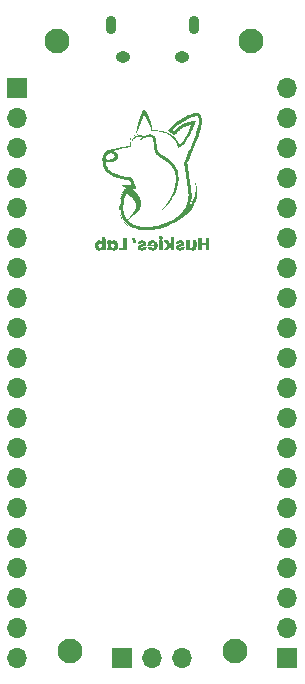
<source format=gbs>
%TF.GenerationSoftware,KiCad,Pcbnew,(6.0.8)*%
%TF.CreationDate,2023-06-24T19:25:15-06:00*%
%TF.ProjectId,RP2040_devBoard,52503230-3430-45f6-9465-76426f617264,rev?*%
%TF.SameCoordinates,Original*%
%TF.FileFunction,Soldermask,Bot*%
%TF.FilePolarity,Negative*%
%FSLAX46Y46*%
G04 Gerber Fmt 4.6, Leading zero omitted, Abs format (unit mm)*
G04 Created by KiCad (PCBNEW (6.0.8)) date 2023-06-24 19:25:15*
%MOMM*%
%LPD*%
G01*
G04 APERTURE LIST*
%ADD10O,1.250000X0.950000*%
%ADD11O,0.890000X1.550000*%
%ADD12C,2.100000*%
%ADD13R,1.700000X1.700000*%
%ADD14O,1.700000X1.700000*%
G04 APERTURE END LIST*
%TO.C,G\u002A\u002A\u002A*%
G36*
X69523246Y-59272123D02*
G01*
X69549771Y-59276299D01*
X69560145Y-59282879D01*
X69562237Y-59288304D01*
X69577832Y-59294414D01*
X69585607Y-59296528D01*
X69608614Y-59310907D01*
X69635507Y-59334402D01*
X69660763Y-59363285D01*
X69672632Y-59390518D01*
X69675495Y-59426951D01*
X69674909Y-59446817D01*
X69669380Y-59473981D01*
X69654601Y-59498930D01*
X69626471Y-59530314D01*
X69614483Y-59542648D01*
X69590633Y-59564609D01*
X69569197Y-59576175D01*
X69541680Y-59580804D01*
X69499587Y-59581953D01*
X69461013Y-59580974D01*
X69432393Y-59577188D01*
X69421726Y-59571254D01*
X69419583Y-59565787D01*
X69403899Y-59559719D01*
X69402564Y-59559648D01*
X69381900Y-59550724D01*
X69357759Y-59531406D01*
X69355640Y-59529253D01*
X69339301Y-59507321D01*
X69331463Y-59480074D01*
X69329446Y-59438741D01*
X69329810Y-59415494D01*
X69333964Y-59384180D01*
X69345891Y-59360491D01*
X69369434Y-59334402D01*
X69383168Y-59321603D01*
X69409035Y-59302096D01*
X69427109Y-59294414D01*
X69435426Y-59293050D01*
X69444796Y-59282879D01*
X69448688Y-59278724D01*
X69469570Y-59273419D01*
X69502470Y-59271344D01*
X69523246Y-59272123D01*
G37*
G36*
X69231022Y-60045216D02*
G01*
X69237166Y-60055722D01*
X69243871Y-60060048D01*
X69248701Y-60078792D01*
X69246538Y-60092201D01*
X69237166Y-60101862D01*
X69231957Y-60109214D01*
X69227382Y-60134207D01*
X69225631Y-60171072D01*
X69224406Y-60202328D01*
X69220240Y-60229775D01*
X69214096Y-60240282D01*
X69207392Y-60244608D01*
X69202561Y-60263352D01*
X69200398Y-60276761D01*
X69191026Y-60286422D01*
X69185720Y-60288374D01*
X69179491Y-60303724D01*
X69178190Y-60311684D01*
X69167956Y-60321027D01*
X69162556Y-60323088D01*
X69156421Y-60338633D01*
X69152660Y-60349504D01*
X69135447Y-60373856D01*
X69109425Y-60402737D01*
X69080305Y-60430435D01*
X69053795Y-60451242D01*
X69035608Y-60459446D01*
X69027366Y-60460797D01*
X69018002Y-60470981D01*
X69013676Y-60477686D01*
X68994932Y-60482516D01*
X68981523Y-60484679D01*
X68971862Y-60494051D01*
X68970685Y-60496637D01*
X68954615Y-60503028D01*
X68925722Y-60505586D01*
X68915379Y-60505880D01*
X68889815Y-60509898D01*
X68879582Y-60517121D01*
X68870610Y-60522709D01*
X68843785Y-60527026D01*
X68804605Y-60528656D01*
X68768284Y-60527276D01*
X68740221Y-60523149D01*
X68729628Y-60517121D01*
X68728451Y-60514535D01*
X68712381Y-60508144D01*
X68683488Y-60505586D01*
X68673145Y-60505292D01*
X68647581Y-60501274D01*
X68637348Y-60494051D01*
X68633022Y-60487347D01*
X68614278Y-60482516D01*
X68600869Y-60480353D01*
X68591208Y-60470981D01*
X68589179Y-60465609D01*
X68573692Y-60459446D01*
X68568498Y-60457864D01*
X68547433Y-60443922D01*
X68517263Y-60418688D01*
X68482676Y-60385946D01*
X68452200Y-60354375D01*
X68424826Y-60321265D01*
X68409013Y-60293214D01*
X68401130Y-60264829D01*
X68393086Y-60217212D01*
X68697302Y-60217212D01*
X68729628Y-60251817D01*
X68742484Y-60264519D01*
X68771435Y-60281890D01*
X68809233Y-60286422D01*
X68820588Y-60286083D01*
X68846263Y-60282038D01*
X68856512Y-60274887D01*
X68860838Y-60268182D01*
X68879582Y-60263352D01*
X68894496Y-60259560D01*
X68902652Y-60240282D01*
X68904815Y-60226873D01*
X68914187Y-60217212D01*
X68914331Y-60217209D01*
X68922381Y-60206904D01*
X68925722Y-60182607D01*
X68925722Y-60148002D01*
X68372044Y-60148002D01*
X68372044Y-60067257D01*
X68372051Y-60064036D01*
X68373553Y-60024857D01*
X68375530Y-60009582D01*
X68683488Y-60009582D01*
X68804605Y-60009582D01*
X68819778Y-60009571D01*
X68868794Y-60009086D01*
X68899818Y-60007314D01*
X68916928Y-60003479D01*
X68924203Y-59996804D01*
X68925722Y-59986512D01*
X68923559Y-59973104D01*
X68914187Y-59963443D01*
X68908633Y-59961188D01*
X68902652Y-59945316D01*
X68902627Y-59943840D01*
X68891733Y-59917083D01*
X68864975Y-59898417D01*
X68828101Y-59888613D01*
X68786859Y-59888441D01*
X68747001Y-59898671D01*
X68714273Y-59920074D01*
X68711959Y-59922466D01*
X68691680Y-59951914D01*
X68683488Y-59980221D01*
X68683488Y-60009582D01*
X68375530Y-60009582D01*
X68377149Y-59997071D01*
X68382111Y-59986512D01*
X68386410Y-59981905D01*
X68392974Y-59960107D01*
X68397950Y-59926442D01*
X68401057Y-59903662D01*
X68408369Y-59875039D01*
X68416720Y-59862038D01*
X68422100Y-59858743D01*
X68429718Y-59841061D01*
X68433657Y-59830138D01*
X68451049Y-59806039D01*
X68477147Y-59777428D01*
X68506236Y-59749974D01*
X68532602Y-59729344D01*
X68550532Y-59721208D01*
X68558774Y-59719857D01*
X68568138Y-59709673D01*
X68572464Y-59702969D01*
X68591208Y-59698138D01*
X68604617Y-59695975D01*
X68614278Y-59686603D01*
X68614280Y-59686460D01*
X68624586Y-59678410D01*
X68648883Y-59675068D01*
X68649313Y-59675067D01*
X68673464Y-59671632D01*
X68683488Y-59663533D01*
X68685234Y-59661234D01*
X68704255Y-59656352D01*
X68741382Y-59653149D01*
X68793070Y-59651998D01*
X68814910Y-59652182D01*
X68861294Y-59654184D01*
X68891722Y-59658093D01*
X68902652Y-59663533D01*
X68902655Y-59663677D01*
X68912960Y-59671727D01*
X68937257Y-59675068D01*
X68937687Y-59675069D01*
X68961838Y-59678504D01*
X68971862Y-59686603D01*
X68979133Y-59694216D01*
X69000913Y-59698138D01*
X69017781Y-59703971D01*
X69047020Y-59723218D01*
X69081799Y-59751551D01*
X69117278Y-59784443D01*
X69148613Y-59817365D01*
X69170965Y-59845787D01*
X69179491Y-59865182D01*
X69180828Y-59873340D01*
X69191026Y-59882698D01*
X69196333Y-59884650D01*
X69202561Y-59900000D01*
X69203863Y-59907960D01*
X69214096Y-59917303D01*
X69219305Y-59924654D01*
X69223880Y-59949647D01*
X69225631Y-59986512D01*
X69226856Y-60017768D01*
X69231022Y-60045216D01*
G37*
G36*
X67936375Y-59652308D02*
G01*
X67984080Y-59654412D01*
X68014995Y-59658253D01*
X68025994Y-59663533D01*
X68025997Y-59663677D01*
X68036302Y-59671727D01*
X68060599Y-59675068D01*
X68061030Y-59675069D01*
X68085181Y-59678504D01*
X68095204Y-59686603D01*
X68097266Y-59692003D01*
X68112810Y-59698138D01*
X68123681Y-59701900D01*
X68148034Y-59719113D01*
X68176914Y-59745135D01*
X68204613Y-59774255D01*
X68225419Y-59800764D01*
X68233624Y-59818952D01*
X68234975Y-59827194D01*
X68245159Y-59836558D01*
X68246216Y-59836881D01*
X68251675Y-59851129D01*
X68255349Y-59883333D01*
X68256694Y-59929141D01*
X68256694Y-60021725D01*
X68205090Y-60073328D01*
X68179239Y-60097174D01*
X68152812Y-60117227D01*
X68135880Y-60124932D01*
X68127638Y-60126283D01*
X68118274Y-60136467D01*
X68118272Y-60136611D01*
X68107967Y-60144661D01*
X68083669Y-60148002D01*
X68083239Y-60148003D01*
X68059088Y-60151438D01*
X68049064Y-60159537D01*
X68048716Y-60161051D01*
X68035377Y-60168175D01*
X68008692Y-60171072D01*
X68003394Y-60171172D01*
X67978460Y-60174983D01*
X67968320Y-60182607D01*
X67967143Y-60185193D01*
X67951073Y-60191584D01*
X67922180Y-60194142D01*
X67911837Y-60194436D01*
X67886273Y-60198454D01*
X67876040Y-60205677D01*
X67873785Y-60211231D01*
X67857913Y-60217212D01*
X67856962Y-60217229D01*
X67837216Y-60223488D01*
X67819763Y-60236851D01*
X67810566Y-60251221D01*
X67815584Y-60260502D01*
X67823417Y-60266740D01*
X67829900Y-60287383D01*
X67830957Y-60296177D01*
X67839117Y-60304703D01*
X67859828Y-60308577D01*
X67898332Y-60309492D01*
X67920695Y-60309241D01*
X67950712Y-60306590D01*
X67966552Y-60299579D01*
X67974087Y-60286422D01*
X67980453Y-60272872D01*
X67992167Y-60263352D01*
X67998416Y-60259031D01*
X68002925Y-60240282D01*
X68003249Y-60234469D01*
X68007090Y-60226463D01*
X68018434Y-60221407D01*
X68041173Y-60218628D01*
X68079198Y-60217454D01*
X68136401Y-60217212D01*
X68175633Y-60217415D01*
X68223999Y-60218862D01*
X68256191Y-60222162D01*
X68276480Y-60227852D01*
X68289136Y-60236471D01*
X68300704Y-60252168D01*
X68294079Y-60260502D01*
X68284987Y-60269919D01*
X68279764Y-60293150D01*
X68277007Y-60311185D01*
X68268229Y-60321027D01*
X68262829Y-60323088D01*
X68256694Y-60338633D01*
X68252932Y-60349504D01*
X68235719Y-60373856D01*
X68209698Y-60402737D01*
X68180577Y-60430435D01*
X68154068Y-60451242D01*
X68135880Y-60459446D01*
X68127638Y-60460797D01*
X68118274Y-60470981D01*
X68113948Y-60477686D01*
X68095204Y-60482516D01*
X68081795Y-60484679D01*
X68072134Y-60494051D01*
X68070958Y-60496637D01*
X68054887Y-60503028D01*
X68025994Y-60505586D01*
X68015652Y-60505880D01*
X67990088Y-60509898D01*
X67979855Y-60517121D01*
X67979774Y-60517662D01*
X67967317Y-60523350D01*
X67936934Y-60527225D01*
X67893342Y-60528656D01*
X67889285Y-60528645D01*
X67846623Y-60526984D01*
X67817565Y-60522933D01*
X67806830Y-60517121D01*
X67805654Y-60514535D01*
X67789583Y-60508144D01*
X67760690Y-60505586D01*
X67750348Y-60505292D01*
X67724784Y-60501274D01*
X67714550Y-60494051D01*
X67711342Y-60487877D01*
X67694027Y-60482516D01*
X67677604Y-60477463D01*
X67656875Y-60459446D01*
X67642908Y-60444921D01*
X67624668Y-60436376D01*
X67606438Y-60430467D01*
X67585343Y-60410583D01*
X67576131Y-60386254D01*
X67574730Y-60378429D01*
X67561712Y-60364283D01*
X67559871Y-60363301D01*
X67552711Y-60347803D01*
X67548605Y-60313202D01*
X67547293Y-60257584D01*
X67547345Y-60244561D01*
X67549201Y-60193343D01*
X67553903Y-60162756D01*
X67561712Y-60150886D01*
X67567893Y-60147158D01*
X67576131Y-60128914D01*
X67581853Y-60110090D01*
X67601109Y-60088305D01*
X67624668Y-60078792D01*
X67638210Y-60073612D01*
X67656875Y-60055722D01*
X67671725Y-60041355D01*
X67694027Y-60032652D01*
X67705012Y-60030849D01*
X67714550Y-60021117D01*
X67718442Y-60016962D01*
X67739325Y-60011657D01*
X67772225Y-60009582D01*
X67793001Y-60008804D01*
X67819526Y-60004628D01*
X67829900Y-59998047D01*
X67829903Y-59997904D01*
X67840208Y-59989854D01*
X67864505Y-59986512D01*
X67864935Y-59986512D01*
X67889086Y-59983077D01*
X67899110Y-59974978D01*
X67908722Y-59966897D01*
X67932481Y-59963443D01*
X67955475Y-59959694D01*
X67974105Y-59941167D01*
X67979855Y-59904824D01*
X67976766Y-59892245D01*
X67962552Y-59882698D01*
X67954593Y-59881396D01*
X67945250Y-59871163D01*
X67940924Y-59864458D01*
X67922180Y-59859628D01*
X67908771Y-59861791D01*
X67899110Y-59871163D01*
X67895022Y-59877767D01*
X67876564Y-59882698D01*
X67874861Y-59882773D01*
X67850935Y-59891873D01*
X67825181Y-59911535D01*
X67819017Y-59917520D01*
X67805164Y-59928173D01*
X67788089Y-59934875D01*
X67762832Y-59938536D01*
X67724429Y-59940065D01*
X67667921Y-59940373D01*
X67539498Y-59940373D01*
X67547640Y-59891349D01*
X67550066Y-59878667D01*
X67557988Y-59851225D01*
X67565957Y-59838480D01*
X67570170Y-59835385D01*
X67576131Y-59817991D01*
X67580069Y-59807068D01*
X67597461Y-59782969D01*
X67623559Y-59754358D01*
X67652648Y-59726904D01*
X67679014Y-59706274D01*
X67696944Y-59698138D01*
X67705187Y-59696787D01*
X67714550Y-59686603D01*
X67714553Y-59686460D01*
X67724858Y-59678410D01*
X67749155Y-59675068D01*
X67749586Y-59675067D01*
X67773737Y-59671632D01*
X67783760Y-59663533D01*
X67787010Y-59660534D01*
X67809107Y-59655990D01*
X67849438Y-59653046D01*
X67904877Y-59651998D01*
X67936375Y-59652308D01*
G37*
G36*
X67333896Y-59519346D02*
G01*
X67334925Y-59545456D01*
X67339114Y-59572359D01*
X67345431Y-59582789D01*
X67349586Y-59586681D01*
X67354891Y-59607563D01*
X67356966Y-59640463D01*
X67357745Y-59661239D01*
X67361921Y-59687764D01*
X67368501Y-59698138D01*
X67372656Y-59702030D01*
X67377961Y-59722913D01*
X67380036Y-59755813D01*
X67380815Y-59776588D01*
X67384991Y-59803114D01*
X67391571Y-59813488D01*
X67391715Y-59813491D01*
X67399765Y-59823796D01*
X67403106Y-59848093D01*
X67403106Y-59882698D01*
X67304235Y-59882698D01*
X67281334Y-59882469D01*
X67229119Y-59878868D01*
X67195586Y-59869977D01*
X67177695Y-59854619D01*
X67172407Y-59831614D01*
X67170972Y-59822886D01*
X67160872Y-59813488D01*
X67160728Y-59813485D01*
X67152678Y-59803180D01*
X67149337Y-59778883D01*
X67149336Y-59778471D01*
X67146345Y-59754308D01*
X67139288Y-59744278D01*
X67135127Y-59740343D01*
X67127748Y-59719456D01*
X67121588Y-59686603D01*
X67118060Y-59665730D01*
X67110517Y-59639273D01*
X67102800Y-59628928D01*
X67102663Y-59628926D01*
X67094889Y-59618623D01*
X67091662Y-59594324D01*
X67091661Y-59593893D01*
X67088226Y-59569742D01*
X67080127Y-59559719D01*
X67073423Y-59555393D01*
X67068592Y-59536649D01*
X67066429Y-59523240D01*
X67057057Y-59513579D01*
X67049471Y-59506419D01*
X67045522Y-59484741D01*
X67045522Y-59455904D01*
X67333896Y-59455904D01*
X67333896Y-59519346D01*
G37*
G36*
X66595658Y-60505586D02*
G01*
X65961235Y-60505586D01*
X65961235Y-60286422D01*
X66295749Y-60286422D01*
X66295749Y-59455904D01*
X66595658Y-59455904D01*
X66595658Y-60505586D01*
G37*
G36*
X65891898Y-60107500D02*
G01*
X65889960Y-60153110D01*
X65886017Y-60183253D01*
X65880490Y-60194142D01*
X65877905Y-60195318D01*
X65871514Y-60211389D01*
X65868955Y-60240282D01*
X65868685Y-60250617D01*
X65864987Y-60276186D01*
X65858337Y-60286422D01*
X65857756Y-60286473D01*
X65848179Y-60297676D01*
X65839789Y-60322522D01*
X65838867Y-60325900D01*
X65825011Y-60352423D01*
X65800428Y-60385604D01*
X65769897Y-60420324D01*
X65738197Y-60451462D01*
X65710110Y-60473899D01*
X65690414Y-60482516D01*
X65682221Y-60483858D01*
X65672861Y-60494051D01*
X65672858Y-60494195D01*
X65662553Y-60502245D01*
X65638256Y-60505586D01*
X65637826Y-60505587D01*
X65613675Y-60509022D01*
X65603651Y-60517121D01*
X65596300Y-60522330D01*
X65571306Y-60526905D01*
X65534441Y-60528656D01*
X65503186Y-60527431D01*
X65475738Y-60523265D01*
X65465232Y-60517121D01*
X65465229Y-60516978D01*
X65454924Y-60508927D01*
X65430627Y-60505586D01*
X65430196Y-60505585D01*
X65406045Y-60502150D01*
X65396022Y-60494051D01*
X65395452Y-60490637D01*
X65383347Y-60482516D01*
X65379895Y-60481717D01*
X65361576Y-60469724D01*
X65338347Y-60447911D01*
X65330871Y-60440100D01*
X65310589Y-60420964D01*
X65299114Y-60413306D01*
X65297570Y-60414476D01*
X65293740Y-60430542D01*
X65292207Y-60459446D01*
X65292207Y-60505586D01*
X65147196Y-60505586D01*
X65123869Y-60505519D01*
X65064869Y-60504349D01*
X65024435Y-60501454D01*
X64999176Y-60496489D01*
X64985706Y-60489108D01*
X64981588Y-60482444D01*
X64974864Y-60457147D01*
X64970532Y-60421623D01*
X64968774Y-60382484D01*
X64969772Y-60346340D01*
X64973707Y-60319806D01*
X64980763Y-60309492D01*
X64981980Y-60308807D01*
X64986324Y-60292224D01*
X64989567Y-60254844D01*
X64991596Y-60198476D01*
X64992298Y-60124932D01*
X64992255Y-60105463D01*
X64992031Y-60090406D01*
X65292207Y-60090406D01*
X65293736Y-60131808D01*
X65297825Y-60160403D01*
X65303742Y-60171072D01*
X65309296Y-60173326D01*
X65315277Y-60189198D01*
X65320362Y-60207757D01*
X65340303Y-60230522D01*
X65366360Y-60240282D01*
X65375088Y-60241716D01*
X65384487Y-60251817D01*
X65389240Y-60256222D01*
X65411221Y-60261021D01*
X65445045Y-60262559D01*
X65458609Y-60262248D01*
X65492544Y-60258265D01*
X65517198Y-60246453D01*
X65543093Y-60222514D01*
X65556496Y-60208008D01*
X65569943Y-60189222D01*
X65577146Y-60167899D01*
X65580046Y-60137196D01*
X65580581Y-60090270D01*
X65580349Y-60052648D01*
X65578285Y-60019111D01*
X65572336Y-59996581D01*
X65560456Y-59978246D01*
X65540593Y-59957291D01*
X65525788Y-59943071D01*
X65502225Y-59926193D01*
X65475723Y-59918885D01*
X65436254Y-59917303D01*
X65431423Y-59917318D01*
X65391827Y-59919778D01*
X65365473Y-59928318D01*
X65343590Y-59945616D01*
X65341582Y-59947669D01*
X65322938Y-59971932D01*
X65315277Y-59991756D01*
X65313890Y-60000204D01*
X65303742Y-60009582D01*
X65303731Y-60009582D01*
X65297816Y-60020286D01*
X65293731Y-60048907D01*
X65292207Y-60090327D01*
X65292207Y-60090406D01*
X64992031Y-60090406D01*
X64991219Y-60035951D01*
X64988882Y-59984059D01*
X64985359Y-59951596D01*
X64980763Y-59940373D01*
X64977419Y-59937530D01*
X64972466Y-59917669D01*
X64969590Y-59883918D01*
X64968714Y-59842289D01*
X64969759Y-59798798D01*
X64972648Y-59759457D01*
X64977303Y-59730280D01*
X64983647Y-59717280D01*
X64991550Y-59710962D01*
X64981776Y-59700063D01*
X64978032Y-59697294D01*
X64971941Y-59686129D01*
X64983836Y-59670348D01*
X64987455Y-59667207D01*
X65003304Y-59659772D01*
X65029684Y-59655106D01*
X65070766Y-59652689D01*
X65130717Y-59651998D01*
X65183815Y-59652559D01*
X65232099Y-59655696D01*
X65263607Y-59663029D01*
X65281812Y-59676153D01*
X65290187Y-59696662D01*
X65292207Y-59726152D01*
X65292330Y-59732161D01*
X65296179Y-59757193D01*
X65303742Y-59767348D01*
X65309296Y-59765094D01*
X65315277Y-59749222D01*
X65320362Y-59730663D01*
X65340303Y-59707898D01*
X65366360Y-59698138D01*
X65375088Y-59696704D01*
X65384487Y-59686603D01*
X65391646Y-59679017D01*
X65413324Y-59675068D01*
X65432290Y-59672205D01*
X65442162Y-59663533D01*
X65442469Y-59662501D01*
X65456628Y-59657031D01*
X65488742Y-59653347D01*
X65534441Y-59651998D01*
X65542696Y-59652037D01*
X65586464Y-59653807D01*
X65615929Y-59657821D01*
X65626721Y-59663533D01*
X65631047Y-59670238D01*
X65649791Y-59675068D01*
X65663200Y-59677231D01*
X65672861Y-59686603D01*
X65676070Y-59692777D01*
X65693384Y-59698138D01*
X65709807Y-59703191D01*
X65730536Y-59721208D01*
X65744503Y-59735733D01*
X65762744Y-59744278D01*
X65781115Y-59750217D01*
X65802156Y-59770375D01*
X65811281Y-59795362D01*
X65812550Y-59804072D01*
X65821532Y-59813488D01*
X65822996Y-59813863D01*
X65831805Y-59827245D01*
X65839357Y-59853860D01*
X65840486Y-59859335D01*
X65848790Y-59884149D01*
X65857943Y-59894233D01*
X65860411Y-59895408D01*
X65866513Y-59911478D01*
X65868955Y-59940373D01*
X65869250Y-59950715D01*
X65873267Y-59976279D01*
X65880490Y-59986512D01*
X65882398Y-59987662D01*
X65887466Y-60005100D01*
X65890815Y-60040583D01*
X65892024Y-60090270D01*
X65892025Y-60090327D01*
X65891898Y-60107500D01*
G37*
G36*
X64530899Y-60505586D02*
G01*
X64530899Y-60459446D01*
X64530724Y-60449134D01*
X64528319Y-60423549D01*
X64523992Y-60413306D01*
X64521597Y-60414201D01*
X64506511Y-60426263D01*
X64484759Y-60447911D01*
X64477880Y-60454872D01*
X64453106Y-60474591D01*
X64433991Y-60482516D01*
X64424968Y-60484001D01*
X64415549Y-60494051D01*
X64415547Y-60494195D01*
X64405242Y-60502245D01*
X64380945Y-60505586D01*
X64380514Y-60505587D01*
X64356363Y-60509022D01*
X64346340Y-60517121D01*
X64338988Y-60522330D01*
X64313995Y-60526905D01*
X64277130Y-60528656D01*
X64245874Y-60527431D01*
X64218427Y-60523265D01*
X64207920Y-60517121D01*
X64207917Y-60516978D01*
X64197612Y-60508927D01*
X64173315Y-60505586D01*
X64172885Y-60505585D01*
X64148734Y-60502150D01*
X64138710Y-60494051D01*
X64137593Y-60489660D01*
X64123954Y-60482516D01*
X64110897Y-60477314D01*
X64092570Y-60459446D01*
X64078603Y-60444921D01*
X64060363Y-60436376D01*
X64042335Y-60430492D01*
X64021172Y-60411064D01*
X64011826Y-60387839D01*
X64006645Y-60374297D01*
X63988756Y-60355631D01*
X63974204Y-60341816D01*
X63965686Y-60324248D01*
X63964812Y-60318631D01*
X63954151Y-60309492D01*
X63954007Y-60309489D01*
X63945957Y-60299184D01*
X63942616Y-60274887D01*
X63942615Y-60274456D01*
X63939180Y-60250305D01*
X63931081Y-60240282D01*
X63926700Y-60231724D01*
X63922847Y-60202384D01*
X63920402Y-60154459D01*
X63919546Y-60090327D01*
X63919679Y-60078792D01*
X64207920Y-60078792D01*
X64208214Y-60089135D01*
X64212232Y-60114699D01*
X64219455Y-60124932D01*
X64227089Y-60132293D01*
X64230990Y-60154154D01*
X64231200Y-60157919D01*
X64243215Y-60188722D01*
X64270978Y-60223364D01*
X64282739Y-60234788D01*
X64307226Y-60253384D01*
X64333409Y-60261266D01*
X64371909Y-60262559D01*
X64386395Y-60262220D01*
X64420069Y-60258190D01*
X64444570Y-60246370D01*
X64470341Y-60222514D01*
X64481343Y-60210215D01*
X64500321Y-60184046D01*
X64507829Y-60165632D01*
X64509184Y-60157367D01*
X64519364Y-60148002D01*
X64523519Y-60144110D01*
X64528824Y-60123227D01*
X64530899Y-60090327D01*
X64530121Y-60069552D01*
X64525944Y-60043027D01*
X64519364Y-60032652D01*
X64511678Y-60025060D01*
X64507829Y-60002991D01*
X64502768Y-59976727D01*
X64483980Y-59950646D01*
X64456746Y-59940373D01*
X64448018Y-59938938D01*
X64438619Y-59928838D01*
X64431268Y-59923628D01*
X64406275Y-59919054D01*
X64369410Y-59917303D01*
X64338154Y-59918528D01*
X64310706Y-59922693D01*
X64300200Y-59928838D01*
X64297945Y-59934392D01*
X64282073Y-59940373D01*
X64260647Y-59946577D01*
X64239371Y-59969607D01*
X64230990Y-60002991D01*
X64228037Y-60022756D01*
X64219455Y-60032652D01*
X64216869Y-60033829D01*
X64210478Y-60049899D01*
X64207920Y-60078792D01*
X63919679Y-60078792D01*
X63920204Y-60033372D01*
X63922461Y-59983292D01*
X63926148Y-59951499D01*
X63931081Y-59940373D01*
X63938667Y-59933213D01*
X63942616Y-59911535D01*
X63945480Y-59892569D01*
X63954151Y-59882698D01*
X63960855Y-59878372D01*
X63965686Y-59859628D01*
X63967849Y-59846219D01*
X63977221Y-59836558D01*
X63982621Y-59834496D01*
X63988756Y-59818952D01*
X63993412Y-59807323D01*
X64010822Y-59783313D01*
X64036028Y-59754654D01*
X64063569Y-59727081D01*
X64087981Y-59706330D01*
X64103802Y-59698138D01*
X64106821Y-59697756D01*
X64115640Y-59686603D01*
X64115643Y-59686460D01*
X64125948Y-59678410D01*
X64150245Y-59675068D01*
X64150676Y-59675067D01*
X64174827Y-59671632D01*
X64184850Y-59663533D01*
X64185158Y-59662501D01*
X64199317Y-59657031D01*
X64231431Y-59653347D01*
X64277130Y-59651998D01*
X64285385Y-59652037D01*
X64329153Y-59653807D01*
X64358617Y-59657821D01*
X64369410Y-59663533D01*
X64373736Y-59670238D01*
X64392479Y-59675068D01*
X64405888Y-59677231D01*
X64415549Y-59686603D01*
X64417923Y-59692247D01*
X64433991Y-59698138D01*
X64438362Y-59698846D01*
X64460008Y-59710768D01*
X64484759Y-59732743D01*
X64492235Y-59740555D01*
X64512517Y-59759690D01*
X64523992Y-59767348D01*
X64525203Y-59764681D01*
X64527454Y-59744010D01*
X64529261Y-59706219D01*
X64530463Y-59655305D01*
X64530899Y-59595267D01*
X64530988Y-59567761D01*
X64531805Y-59508493D01*
X64533343Y-59458545D01*
X64535430Y-59422499D01*
X64537901Y-59404940D01*
X64550264Y-59393161D01*
X64574905Y-59387087D01*
X64600294Y-59389559D01*
X64615572Y-59401113D01*
X64622194Y-59408679D01*
X64633836Y-59398229D01*
X64635820Y-59395512D01*
X64646729Y-59386740D01*
X64657784Y-59398229D01*
X64659387Y-59400597D01*
X64669841Y-59409730D01*
X64680854Y-59398229D01*
X64682457Y-59395861D01*
X64692911Y-59386728D01*
X64703924Y-59398229D01*
X64705527Y-59400597D01*
X64715980Y-59409730D01*
X64726994Y-59398229D01*
X64728597Y-59395861D01*
X64739050Y-59386728D01*
X64750063Y-59398229D01*
X64750682Y-59399151D01*
X64761611Y-59409495D01*
X64772087Y-59399242D01*
X64774636Y-59395518D01*
X64785270Y-59389433D01*
X64800924Y-59401302D01*
X64802796Y-59403490D01*
X64806793Y-59411490D01*
X64810096Y-59424907D01*
X64812770Y-59445702D01*
X64814880Y-59475837D01*
X64816490Y-59517273D01*
X64817663Y-59571971D01*
X64818464Y-59641894D01*
X64818956Y-59729001D01*
X64819205Y-59835256D01*
X64819273Y-59962619D01*
X64819273Y-60505586D01*
X64530899Y-60505586D01*
G37*
G36*
X70609827Y-60505586D02*
G01*
X70321453Y-60505586D01*
X70321453Y-60349864D01*
X70321418Y-60333863D01*
X70320727Y-60279039D01*
X70319286Y-60234676D01*
X70317271Y-60204976D01*
X70314862Y-60194142D01*
X70314090Y-60194181D01*
X70298301Y-60203949D01*
X70282499Y-60223646D01*
X70275313Y-60242679D01*
X70270133Y-60256222D01*
X70252243Y-60274887D01*
X70237609Y-60288224D01*
X70229173Y-60303724D01*
X70223903Y-60315268D01*
X70206103Y-60332562D01*
X70191656Y-60346963D01*
X70183034Y-60367166D01*
X70177916Y-60382113D01*
X70159964Y-60401771D01*
X70145597Y-60416621D01*
X70136894Y-60438923D01*
X70135215Y-60449899D01*
X70126136Y-60459446D01*
X70118412Y-60463874D01*
X70108056Y-60482516D01*
X70106275Y-60487298D01*
X70100647Y-60494628D01*
X70089267Y-60499688D01*
X70068670Y-60502895D01*
X70035395Y-60504669D01*
X69985976Y-60505426D01*
X69916952Y-60505586D01*
X69876456Y-60505416D01*
X69819572Y-60504530D01*
X69774150Y-60503014D01*
X69744060Y-60501016D01*
X69733170Y-60498679D01*
X69734065Y-60496284D01*
X69746126Y-60481198D01*
X69767775Y-60459446D01*
X69775095Y-60452300D01*
X69794568Y-60429408D01*
X69802380Y-60413542D01*
X69806223Y-60404437D01*
X69822979Y-60382456D01*
X69848519Y-60355631D01*
X69867255Y-60336973D01*
X69886998Y-60315252D01*
X69894659Y-60303724D01*
X69898658Y-60296806D01*
X69915417Y-60277462D01*
X69940799Y-60251817D01*
X69959199Y-60233025D01*
X69979177Y-60208984D01*
X69986939Y-60194142D01*
X69991097Y-60184680D01*
X70008198Y-60162574D01*
X70034020Y-60135563D01*
X70081101Y-60090327D01*
X70034020Y-60045092D01*
X70014743Y-60025373D01*
X69994709Y-60001191D01*
X69986939Y-59986277D01*
X69986155Y-59982672D01*
X69974172Y-59963838D01*
X69952334Y-59940373D01*
X69944589Y-59932939D01*
X69925408Y-59912301D01*
X69917729Y-59900235D01*
X69913737Y-59893230D01*
X69896978Y-59873784D01*
X69871589Y-59848093D01*
X69853203Y-59829296D01*
X69833215Y-59805161D01*
X69825449Y-59790183D01*
X69824665Y-59786577D01*
X69812683Y-59767743D01*
X69790845Y-59744278D01*
X69783884Y-59737399D01*
X69764164Y-59712625D01*
X69756240Y-59693510D01*
X69754755Y-59684487D01*
X69744705Y-59675068D01*
X69741948Y-59674733D01*
X69733170Y-59663533D01*
X69733842Y-59662327D01*
X69750375Y-59657978D01*
X69787706Y-59654732D01*
X69844022Y-59652701D01*
X69917509Y-59651998D01*
X70101849Y-59651998D01*
X70109681Y-59683720D01*
X70119748Y-59708566D01*
X70138738Y-59734096D01*
X70151950Y-59749271D01*
X70159964Y-59769038D01*
X70165125Y-59782996D01*
X70183034Y-59801953D01*
X70197535Y-59816049D01*
X70206103Y-59834868D01*
X70209217Y-59844947D01*
X70225151Y-59866452D01*
X70246868Y-59885818D01*
X70265543Y-59894233D01*
X70270235Y-59896474D01*
X70275313Y-59912359D01*
X70275337Y-59913289D01*
X70283020Y-59934165D01*
X70298900Y-59954376D01*
X70314862Y-59963443D01*
X70316069Y-59958841D01*
X70317802Y-59934720D01*
X70319283Y-59892750D01*
X70320437Y-59836110D01*
X70321186Y-59767982D01*
X70321453Y-59691547D01*
X70321526Y-59638572D01*
X70322080Y-59560749D01*
X70323306Y-59501875D01*
X70325353Y-59459317D01*
X70328372Y-59430438D01*
X70332515Y-59412601D01*
X70337932Y-59403173D01*
X70350938Y-59395843D01*
X70377400Y-59390498D01*
X70419977Y-59387579D01*
X70482119Y-59386694D01*
X70609827Y-59386694D01*
X70609827Y-60505586D01*
G37*
G36*
X71176895Y-59652375D02*
G01*
X71225166Y-59654520D01*
X71256291Y-59658329D01*
X71267321Y-59663533D01*
X71267323Y-59663677D01*
X71277628Y-59671727D01*
X71301925Y-59675068D01*
X71302356Y-59675069D01*
X71326507Y-59678504D01*
X71336530Y-59686603D01*
X71340856Y-59693308D01*
X71359600Y-59698138D01*
X71373006Y-59700228D01*
X71382670Y-59709289D01*
X71385035Y-59715405D01*
X71399600Y-59735283D01*
X71423043Y-59760812D01*
X71436204Y-59774944D01*
X71455732Y-59800840D01*
X71463415Y-59818871D01*
X71464779Y-59827189D01*
X71474950Y-59836558D01*
X71475491Y-59836639D01*
X71481179Y-59849095D01*
X71485054Y-59879479D01*
X71486485Y-59923070D01*
X71486474Y-59927127D01*
X71484813Y-59969790D01*
X71480762Y-59998848D01*
X71474950Y-60009582D01*
X71469525Y-60011674D01*
X71463415Y-60027269D01*
X71455923Y-60044577D01*
X71436756Y-60069793D01*
X71412143Y-60096008D01*
X71388319Y-60116597D01*
X71371520Y-60124932D01*
X71368430Y-60125328D01*
X71359600Y-60136467D01*
X71359598Y-60136611D01*
X71349293Y-60144661D01*
X71324995Y-60148002D01*
X71324565Y-60148003D01*
X71300414Y-60151438D01*
X71290390Y-60159537D01*
X71289214Y-60162123D01*
X71273143Y-60168514D01*
X71244251Y-60171072D01*
X71233908Y-60171366D01*
X71208344Y-60175384D01*
X71198111Y-60182607D01*
X71195603Y-60186124D01*
X71176817Y-60191872D01*
X71145679Y-60194142D01*
X71126444Y-60194786D01*
X71092050Y-60202674D01*
X71064934Y-60222455D01*
X71064669Y-60222720D01*
X71042202Y-60250175D01*
X71038664Y-60271703D01*
X71053100Y-60293013D01*
X71056185Y-60295492D01*
X71078096Y-60303758D01*
X71108766Y-60308455D01*
X71140366Y-60309265D01*
X71165067Y-60305871D01*
X71175041Y-60297957D01*
X71179367Y-60291252D01*
X71198111Y-60286422D01*
X71211538Y-60283285D01*
X71221181Y-60268295D01*
X71221291Y-60263992D01*
X71226573Y-60244448D01*
X71242081Y-60231012D01*
X71271004Y-60222670D01*
X71316530Y-60218407D01*
X71381846Y-60217212D01*
X71509555Y-60217212D01*
X71509555Y-60263352D01*
X71509261Y-60273694D01*
X71505243Y-60299258D01*
X71498020Y-60309492D01*
X71492713Y-60311444D01*
X71486485Y-60326794D01*
X71485184Y-60334754D01*
X71474950Y-60344097D01*
X71469484Y-60346239D01*
X71463415Y-60361923D01*
X71463312Y-60363479D01*
X71454200Y-60383293D01*
X71435389Y-60407416D01*
X71414029Y-60427794D01*
X71397276Y-60436376D01*
X71387353Y-60441720D01*
X71371135Y-60459446D01*
X71354659Y-60473732D01*
X71322449Y-60482516D01*
X71300352Y-60485713D01*
X71290390Y-60494051D01*
X71290388Y-60494195D01*
X71280083Y-60502245D01*
X71255786Y-60505586D01*
X71255355Y-60505587D01*
X71231204Y-60509022D01*
X71221181Y-60517121D01*
X71220031Y-60519029D01*
X71202594Y-60524097D01*
X71167110Y-60527446D01*
X71117366Y-60528656D01*
X71100193Y-60528528D01*
X71054583Y-60526591D01*
X71024440Y-60522648D01*
X71013551Y-60517121D01*
X71006392Y-60509535D01*
X70984714Y-60505586D01*
X70965748Y-60502722D01*
X70955876Y-60494051D01*
X70951550Y-60487347D01*
X70932806Y-60482516D01*
X70919398Y-60480353D01*
X70909737Y-60470981D01*
X70907645Y-60465557D01*
X70892050Y-60459446D01*
X70884275Y-60457333D01*
X70861268Y-60442954D01*
X70834375Y-60419458D01*
X70821575Y-60405724D01*
X70802069Y-60379857D01*
X70794387Y-60361783D01*
X70793023Y-60353466D01*
X70782852Y-60344097D01*
X70782311Y-60344016D01*
X70776623Y-60331559D01*
X70772748Y-60301176D01*
X70771317Y-60257584D01*
X70771328Y-60253527D01*
X70772989Y-60210865D01*
X70777040Y-60181807D01*
X70782852Y-60171072D01*
X70788276Y-60168981D01*
X70794387Y-60153385D01*
X70800721Y-60137008D01*
X70820147Y-60111350D01*
X70846245Y-60084848D01*
X70872414Y-60064104D01*
X70892050Y-60055722D01*
X70900367Y-60054358D01*
X70909737Y-60044187D01*
X70914063Y-60037483D01*
X70932806Y-60032652D01*
X70946215Y-60030489D01*
X70955876Y-60021117D01*
X70956225Y-60019604D01*
X70969564Y-60012480D01*
X70996249Y-60009582D01*
X71001547Y-60009483D01*
X71026481Y-60005672D01*
X71036621Y-59998047D01*
X71037798Y-59995462D01*
X71053868Y-59989071D01*
X71082761Y-59986512D01*
X71093104Y-59986218D01*
X71118668Y-59982201D01*
X71128901Y-59974978D01*
X71136493Y-59967291D01*
X71158562Y-59963443D01*
X71184922Y-59958431D01*
X71207965Y-59942994D01*
X71219790Y-59922498D01*
X71217478Y-59902477D01*
X71198111Y-59888465D01*
X71184561Y-59882100D01*
X71175041Y-59870386D01*
X71167118Y-59862302D01*
X71145736Y-59859954D01*
X71119979Y-59864017D01*
X71099021Y-59874047D01*
X71079035Y-59891464D01*
X71053893Y-59914419D01*
X71051488Y-59916632D01*
X71037223Y-59927397D01*
X71019789Y-59934322D01*
X70994210Y-59938238D01*
X70955513Y-59939978D01*
X70898726Y-59940373D01*
X70771317Y-59940373D01*
X70771317Y-59911535D01*
X70774181Y-59892569D01*
X70782852Y-59882698D01*
X70789556Y-59878372D01*
X70794387Y-59859628D01*
X70796550Y-59846219D01*
X70805922Y-59836558D01*
X70811322Y-59834496D01*
X70817457Y-59818952D01*
X70821218Y-59808081D01*
X70838431Y-59783729D01*
X70864453Y-59754848D01*
X70893573Y-59727149D01*
X70920083Y-59706343D01*
X70938270Y-59698138D01*
X70946513Y-59696787D01*
X70955876Y-59686603D01*
X70963036Y-59679017D01*
X70984714Y-59675068D01*
X71003680Y-59672205D01*
X71013551Y-59663533D01*
X71017696Y-59660219D01*
X71041289Y-59655831D01*
X71083185Y-59653001D01*
X71140436Y-59651998D01*
X71176895Y-59652375D01*
G37*
G36*
X71936349Y-59911535D02*
G01*
X71936805Y-59998781D01*
X71938237Y-60072448D01*
X71940594Y-60126479D01*
X71943827Y-60159734D01*
X71947884Y-60171072D01*
X71953350Y-60173215D01*
X71959419Y-60188899D01*
X71966715Y-60208526D01*
X71986859Y-60233636D01*
X72011919Y-60254586D01*
X72033872Y-60263352D01*
X72042320Y-60264738D01*
X72051698Y-60274887D01*
X72051701Y-60275030D01*
X72062006Y-60283080D01*
X72086303Y-60286422D01*
X72086734Y-60286421D01*
X72110885Y-60282986D01*
X72120908Y-60274887D01*
X72123051Y-60269420D01*
X72138735Y-60263352D01*
X72159082Y-60256444D01*
X72184560Y-60234663D01*
X72204886Y-60205658D01*
X72213188Y-60177364D01*
X72216109Y-60157889D01*
X72224723Y-60148002D01*
X72228281Y-60139814D01*
X72231686Y-60109864D01*
X72234188Y-60059102D01*
X72235731Y-59988743D01*
X72236258Y-59900000D01*
X72236258Y-59651998D01*
X72363966Y-59651998D01*
X72421506Y-59652731D01*
X72465656Y-59655456D01*
X72493389Y-59660573D01*
X72508154Y-59668477D01*
X72511763Y-59673678D01*
X72516304Y-59688089D01*
X72519692Y-59712519D01*
X72522073Y-59749578D01*
X72523592Y-59801875D01*
X72524396Y-59872018D01*
X72524632Y-59962619D01*
X72524627Y-59973701D01*
X72524055Y-60066899D01*
X72522572Y-60141196D01*
X72520223Y-60195551D01*
X72517051Y-60228926D01*
X72513097Y-60240282D01*
X72510008Y-60242090D01*
X72503964Y-60259581D01*
X72501562Y-60289643D01*
X72501329Y-60300982D01*
X72495066Y-60334987D01*
X72478492Y-60355631D01*
X72463958Y-60369544D01*
X72455422Y-60387540D01*
X72447249Y-60407075D01*
X72426770Y-60431001D01*
X72402001Y-60451043D01*
X72380969Y-60459446D01*
X72372521Y-60460833D01*
X72363143Y-60470981D01*
X72358817Y-60477686D01*
X72340073Y-60482516D01*
X72326664Y-60484679D01*
X72317003Y-60494051D01*
X72309843Y-60501638D01*
X72288165Y-60505586D01*
X72269199Y-60508450D01*
X72259328Y-60517121D01*
X72255436Y-60521276D01*
X72234553Y-60526581D01*
X72201653Y-60528656D01*
X72180878Y-60527878D01*
X72154352Y-60523701D01*
X72143978Y-60517121D01*
X72143975Y-60516978D01*
X72133670Y-60508927D01*
X72109373Y-60505586D01*
X72108943Y-60505585D01*
X72084792Y-60502150D01*
X72074768Y-60494051D01*
X72071560Y-60487877D01*
X72054245Y-60482516D01*
X72037822Y-60477463D01*
X72017093Y-60459446D01*
X72002243Y-60445079D01*
X71979942Y-60436376D01*
X71968957Y-60434573D01*
X71959419Y-60424841D01*
X71959083Y-60422084D01*
X71947884Y-60413306D01*
X71945298Y-60414483D01*
X71938907Y-60430553D01*
X71936349Y-60459446D01*
X71936349Y-60505586D01*
X71647974Y-60505586D01*
X71647974Y-59651998D01*
X71936349Y-59651998D01*
X71936349Y-59911535D01*
G37*
G36*
X72974496Y-59641287D02*
G01*
X72974504Y-59653141D01*
X72975087Y-59723855D01*
X72976770Y-59775086D01*
X72979809Y-59809961D01*
X72984459Y-59831607D01*
X72990974Y-59843149D01*
X72998597Y-59848201D01*
X73018306Y-59853654D01*
X73051216Y-59857175D01*
X73100609Y-59859065D01*
X73169766Y-59859628D01*
X73332080Y-59859628D01*
X73332080Y-59455904D01*
X73620454Y-59455904D01*
X73620454Y-60505586D01*
X73332080Y-60505586D01*
X73332080Y-60078792D01*
X72974496Y-60078792D01*
X72974496Y-60505586D01*
X72686122Y-60505586D01*
X72686122Y-59455904D01*
X72974496Y-59455904D01*
X72974496Y-59641287D01*
G37*
G36*
X69495918Y-59648394D02*
G01*
X69558099Y-59649294D01*
X69600877Y-59652089D01*
X69627689Y-59657155D01*
X69641973Y-59664870D01*
X69643584Y-59666840D01*
X69647748Y-59676889D01*
X69651086Y-59694931D01*
X69653683Y-59723122D01*
X69655622Y-59763614D01*
X69656985Y-59818561D01*
X69657855Y-59890115D01*
X69658317Y-59980432D01*
X69658452Y-60091664D01*
X69658452Y-60501979D01*
X69358543Y-60501979D01*
X69358543Y-59648391D01*
X69492019Y-59648391D01*
X69495918Y-59648394D01*
G37*
G36*
X66416269Y-55204755D02*
G01*
X66418238Y-55213479D01*
X66413657Y-55230391D01*
X66401688Y-55257872D01*
X66381496Y-55298301D01*
X66328627Y-55408439D01*
X66265181Y-55562548D01*
X66207165Y-55728909D01*
X66155407Y-55904657D01*
X66110735Y-56086923D01*
X66073977Y-56272842D01*
X66045961Y-56459546D01*
X66043442Y-56481309D01*
X66037442Y-56549610D01*
X66032666Y-56628866D01*
X66029159Y-56715489D01*
X66026962Y-56805892D01*
X66026119Y-56896491D01*
X66026674Y-56983699D01*
X66028670Y-57063928D01*
X66032150Y-57133594D01*
X66037157Y-57189110D01*
X66048921Y-57273973D01*
X66079411Y-57431937D01*
X66120222Y-57577618D01*
X66172360Y-57713137D01*
X66236829Y-57840619D01*
X66314636Y-57962186D01*
X66406786Y-58079959D01*
X66514286Y-58196062D01*
X66528088Y-58209821D01*
X66618362Y-58294662D01*
X66710572Y-58371719D01*
X66809825Y-58445044D01*
X66921232Y-58518687D01*
X66930058Y-58524293D01*
X66965226Y-58547522D01*
X66993102Y-58567365D01*
X67011045Y-58581869D01*
X67016413Y-58589079D01*
X67012128Y-58593732D01*
X67004306Y-58595057D01*
X66991202Y-58590882D01*
X66970425Y-58580120D01*
X66939587Y-58561687D01*
X66896300Y-58534497D01*
X66856950Y-58509011D01*
X66712993Y-58406409D01*
X66580479Y-58296728D01*
X66460989Y-58181462D01*
X66356106Y-58062107D01*
X66267413Y-57940158D01*
X66218526Y-57858406D01*
X66162691Y-57747273D01*
X66113168Y-57628865D01*
X66072309Y-57508901D01*
X66042466Y-57393102D01*
X66035255Y-57357534D01*
X66021601Y-57279052D01*
X66011455Y-57200568D01*
X66004563Y-57118550D01*
X66000670Y-57029465D01*
X65999522Y-56929780D01*
X66000864Y-56815964D01*
X66007238Y-56644469D01*
X66021392Y-56462945D01*
X66043638Y-56289225D01*
X66074702Y-56118708D01*
X66115310Y-55946794D01*
X66166189Y-55768885D01*
X66172999Y-55747197D01*
X66194978Y-55681370D01*
X66219503Y-55613035D01*
X66245724Y-55544122D01*
X66272795Y-55476561D01*
X66299865Y-55412279D01*
X66326087Y-55353208D01*
X66350613Y-55301277D01*
X66372594Y-55258414D01*
X66391182Y-55226549D01*
X66405528Y-55207612D01*
X66414783Y-55203532D01*
X66416269Y-55204755D01*
G37*
G36*
X68636103Y-50678432D02*
G01*
X68705789Y-50685095D01*
X68764143Y-50697845D01*
X68786473Y-50705415D01*
X68862523Y-50742171D01*
X68927749Y-50791997D01*
X68980379Y-50853617D01*
X68995710Y-50876982D01*
X69019102Y-50917363D01*
X69039436Y-50960087D01*
X69057188Y-51007085D01*
X69072833Y-51060289D01*
X69086843Y-51121630D01*
X69099695Y-51193038D01*
X69111862Y-51276443D01*
X69123820Y-51373778D01*
X69136042Y-51486972D01*
X69138287Y-51508641D01*
X69149688Y-51612353D01*
X69160730Y-51700902D01*
X69171796Y-51776492D01*
X69183268Y-51841329D01*
X69195529Y-51897616D01*
X69208962Y-51947558D01*
X69223950Y-51993358D01*
X69232146Y-52015858D01*
X69258541Y-52081343D01*
X69286394Y-52137465D01*
X69317837Y-52186553D01*
X69355006Y-52230940D01*
X69400033Y-52272954D01*
X69455052Y-52314928D01*
X69522196Y-52359191D01*
X69603600Y-52408075D01*
X69629555Y-52423228D01*
X69731828Y-52483676D01*
X69829625Y-52542637D01*
X69921084Y-52598940D01*
X70004345Y-52651416D01*
X70077545Y-52698895D01*
X70138823Y-52740210D01*
X70186320Y-52774189D01*
X70259713Y-52831258D01*
X70397293Y-52952119D01*
X70519824Y-53080395D01*
X70628685Y-53217748D01*
X70725258Y-53365842D01*
X70810923Y-53526339D01*
X70857380Y-53630628D01*
X70918615Y-53802985D01*
X70963925Y-53981569D01*
X70993448Y-54165601D01*
X71007322Y-54354297D01*
X71005685Y-54546876D01*
X70988677Y-54742557D01*
X70956434Y-54940557D01*
X70909095Y-55140096D01*
X70846799Y-55340392D01*
X70769684Y-55540663D01*
X70677887Y-55740127D01*
X70571548Y-55938004D01*
X70450804Y-56133510D01*
X70315794Y-56325866D01*
X70237295Y-56427240D01*
X70088921Y-56601566D01*
X69926474Y-56772797D01*
X69752313Y-56938620D01*
X69568797Y-57096723D01*
X69378285Y-57244794D01*
X69350386Y-57265320D01*
X69314546Y-57291625D01*
X69285799Y-57312650D01*
X69266556Y-57326632D01*
X69259231Y-57331808D01*
X69259444Y-57331541D01*
X69267703Y-57323048D01*
X69286920Y-57303616D01*
X69315749Y-57274599D01*
X69352844Y-57237349D01*
X69396858Y-57193219D01*
X69446443Y-57143561D01*
X69500254Y-57089728D01*
X69568447Y-57020958D01*
X69671482Y-56914223D01*
X69763995Y-56814231D01*
X69848191Y-56718368D01*
X69926270Y-56624022D01*
X70000438Y-56528580D01*
X70072896Y-56429427D01*
X70145849Y-56323951D01*
X70173031Y-56283123D01*
X70269051Y-56129534D01*
X70359409Y-55970401D01*
X70442454Y-55809054D01*
X70516534Y-55648825D01*
X70580000Y-55493042D01*
X70631199Y-55345036D01*
X70636350Y-55328338D01*
X70691309Y-55125673D01*
X70731565Y-54926121D01*
X70757194Y-54730480D01*
X70768272Y-54539546D01*
X70764875Y-54354115D01*
X70747081Y-54174984D01*
X70714964Y-54002948D01*
X70668603Y-53838806D01*
X70608072Y-53683352D01*
X70533449Y-53537384D01*
X70444810Y-53401698D01*
X70416217Y-53363855D01*
X70352160Y-53286396D01*
X70281513Y-53210679D01*
X70203017Y-53135700D01*
X70115415Y-53060454D01*
X70017448Y-52983938D01*
X69907857Y-52905146D01*
X69785385Y-52823074D01*
X69648772Y-52736719D01*
X69496761Y-52645075D01*
X69494576Y-52643784D01*
X69430935Y-52605983D01*
X69380183Y-52575235D01*
X69339839Y-52549788D01*
X69307423Y-52527890D01*
X69280453Y-52507789D01*
X69256449Y-52487734D01*
X69232931Y-52465972D01*
X69207416Y-52440752D01*
X69159271Y-52388413D01*
X69111091Y-52325677D01*
X69068947Y-52257564D01*
X69032338Y-52182535D01*
X69000761Y-52099051D01*
X68973714Y-52005573D01*
X68950695Y-51900560D01*
X68931202Y-51782475D01*
X68914732Y-51649777D01*
X68900783Y-51500927D01*
X68895517Y-51437008D01*
X68887277Y-51340700D01*
X68879740Y-51259591D01*
X68872583Y-51192061D01*
X68865485Y-51136491D01*
X68858122Y-51091263D01*
X68850172Y-51054755D01*
X68841312Y-51025349D01*
X68831220Y-51001426D01*
X68819573Y-50981365D01*
X68806048Y-50963547D01*
X68790324Y-50946354D01*
X68780593Y-50936754D01*
X68737362Y-50903655D01*
X68687996Y-50881528D01*
X68629156Y-50869214D01*
X68557504Y-50865554D01*
X68503465Y-50868068D01*
X68422785Y-50879502D01*
X68334591Y-50900530D01*
X68237680Y-50931549D01*
X68130850Y-50972958D01*
X68012899Y-51025151D01*
X67882625Y-51088528D01*
X67873823Y-51092970D01*
X67826637Y-51116660D01*
X67785784Y-51136974D01*
X67753651Y-51152738D01*
X67732622Y-51162781D01*
X67725082Y-51165931D01*
X67726747Y-51162834D01*
X67736187Y-51147161D01*
X67752563Y-51120604D01*
X67774269Y-51085761D01*
X67799696Y-51045233D01*
X67815143Y-51020414D01*
X67838086Y-50982365D01*
X67855975Y-50951164D01*
X67867279Y-50929518D01*
X67870467Y-50920131D01*
X67870077Y-50919656D01*
X67858413Y-50913563D01*
X67834786Y-50904585D01*
X67803778Y-50894484D01*
X67775864Y-50886671D01*
X67748412Y-50881277D01*
X67718913Y-50878697D01*
X67682136Y-50878495D01*
X67632849Y-50880234D01*
X67575931Y-50884513D01*
X67465574Y-50903949D01*
X67365388Y-50937531D01*
X67275783Y-50985104D01*
X67197169Y-51046510D01*
X67162538Y-51083515D01*
X67115750Y-51151832D01*
X67079865Y-51228693D01*
X67056875Y-51309497D01*
X67048770Y-51389641D01*
X67049762Y-51407250D01*
X67054425Y-51443586D01*
X67061780Y-51485567D01*
X67070568Y-51526276D01*
X67079532Y-51558796D01*
X67080766Y-51562611D01*
X67082270Y-51570400D01*
X67076348Y-51562716D01*
X67074856Y-51560098D01*
X67066716Y-51541614D01*
X67055627Y-51512618D01*
X67043540Y-51478138D01*
X67043069Y-51476731D01*
X67029016Y-51427974D01*
X67021832Y-51382786D01*
X67019824Y-51330651D01*
X67024841Y-51253288D01*
X67042296Y-51176903D01*
X67073465Y-51105420D01*
X67119596Y-51036034D01*
X67181935Y-50965940D01*
X67206347Y-50941788D01*
X67239603Y-50911563D01*
X67270902Y-50887941D01*
X67306149Y-50866646D01*
X67351250Y-50843407D01*
X67365409Y-50836506D01*
X67434426Y-50805893D01*
X67497789Y-50784198D01*
X67561276Y-50770072D01*
X67630663Y-50762162D01*
X67711727Y-50759118D01*
X67748623Y-50759032D01*
X67813911Y-50761537D01*
X67866108Y-50768249D01*
X67908205Y-50779870D01*
X67943193Y-50797101D01*
X67974065Y-50820644D01*
X68008643Y-50851883D01*
X68078306Y-50816954D01*
X68147168Y-50785067D01*
X68232694Y-50750774D01*
X68319496Y-50720788D01*
X68399633Y-50698047D01*
X68413064Y-50694943D01*
X68484340Y-50683360D01*
X68560486Y-50677855D01*
X68636103Y-50678432D01*
G37*
G36*
X67826452Y-56380549D02*
G01*
X67835513Y-56511510D01*
X67827193Y-56640880D01*
X67801542Y-56767884D01*
X67758613Y-56891745D01*
X67698457Y-57011684D01*
X67681281Y-57040478D01*
X67658302Y-57076663D01*
X67634172Y-57111380D01*
X67607737Y-57145777D01*
X67577838Y-57181003D01*
X67543318Y-57218205D01*
X67503023Y-57258531D01*
X67455794Y-57303131D01*
X67400475Y-57353151D01*
X67335910Y-57409741D01*
X67260942Y-57474048D01*
X67174414Y-57547221D01*
X67075169Y-57630407D01*
X67018222Y-57678069D01*
X66961594Y-57725604D01*
X66909568Y-57769416D01*
X66863960Y-57807971D01*
X66826586Y-57839733D01*
X66799260Y-57863167D01*
X66783798Y-57876738D01*
X66767444Y-57891301D01*
X66750434Y-57905521D01*
X66742311Y-57911022D01*
X66742432Y-57910413D01*
X66748887Y-57899425D01*
X66763793Y-57876050D01*
X66785953Y-57842111D01*
X66814173Y-57799428D01*
X66847255Y-57749826D01*
X66884003Y-57695126D01*
X66928326Y-57629378D01*
X66999233Y-57524172D01*
X67061218Y-57432116D01*
X67114934Y-57352176D01*
X67161037Y-57283318D01*
X67200180Y-57224508D01*
X67233017Y-57174712D01*
X67260202Y-57132896D01*
X67282390Y-57098027D01*
X67300233Y-57069070D01*
X67314387Y-57044990D01*
X67325505Y-57024756D01*
X67334241Y-57007331D01*
X67341250Y-56991683D01*
X67347185Y-56976777D01*
X67352700Y-56961579D01*
X67358450Y-56945056D01*
X67382308Y-56854687D01*
X67393609Y-56750268D01*
X67389106Y-56644335D01*
X67368706Y-56540572D01*
X67368449Y-56539653D01*
X67330242Y-56433397D01*
X67275191Y-56325316D01*
X67204045Y-56216280D01*
X67160705Y-56161600D01*
X67484703Y-56161600D01*
X67489155Y-56166051D01*
X67493606Y-56161600D01*
X67489155Y-56157148D01*
X67484703Y-56161600D01*
X67160705Y-56161600D01*
X67117552Y-56107156D01*
X67016461Y-55998814D01*
X66901521Y-55892123D01*
X66773482Y-55787951D01*
X66633091Y-55687167D01*
X66578289Y-55650162D01*
X66541232Y-55754531D01*
X66520068Y-55815945D01*
X66467907Y-55983983D01*
X66421499Y-56158020D01*
X66382548Y-56331353D01*
X66352753Y-56497277D01*
X66351572Y-56505160D01*
X66343159Y-56577201D01*
X66336940Y-56660118D01*
X66332949Y-56749839D01*
X66331217Y-56842289D01*
X66331777Y-56933393D01*
X66334661Y-57019080D01*
X66339901Y-57095273D01*
X66347530Y-57157900D01*
X66368083Y-57267682D01*
X66401571Y-57398081D01*
X66444002Y-57517021D01*
X66496819Y-57627422D01*
X66561461Y-57732200D01*
X66639369Y-57834274D01*
X66731983Y-57936561D01*
X66745733Y-57950622D01*
X66866912Y-58066569D01*
X66987822Y-58167102D01*
X67110487Y-58253149D01*
X67236930Y-58325641D01*
X67369174Y-58385505D01*
X67509242Y-58433671D01*
X67659157Y-58471068D01*
X67820942Y-58498625D01*
X67996621Y-58517271D01*
X68024769Y-58519222D01*
X68104933Y-58522666D01*
X68197037Y-58524233D01*
X68296987Y-58524017D01*
X68400692Y-58522112D01*
X68504056Y-58518612D01*
X68602986Y-58513611D01*
X68693390Y-58507202D01*
X68771174Y-58499481D01*
X68930757Y-58477352D01*
X69171697Y-58432068D01*
X69408940Y-58373355D01*
X69641406Y-58301809D01*
X69868014Y-58218027D01*
X70087683Y-58122605D01*
X70299332Y-58016142D01*
X70501880Y-57899232D01*
X70694247Y-57772473D01*
X70875352Y-57636462D01*
X71044115Y-57491795D01*
X71199454Y-57339069D01*
X71340288Y-57178881D01*
X71465538Y-57011828D01*
X71519888Y-56928805D01*
X71590848Y-56806745D01*
X71659807Y-56671397D01*
X71679653Y-56629005D01*
X71743187Y-56474589D01*
X71791224Y-56322481D01*
X71824560Y-56169235D01*
X71843987Y-56011405D01*
X71850303Y-55845547D01*
X71850275Y-55829952D01*
X71849813Y-55787722D01*
X71848619Y-55746766D01*
X71846484Y-55705200D01*
X71843199Y-55661138D01*
X71838556Y-55612693D01*
X71832347Y-55557981D01*
X71824362Y-55495116D01*
X71814392Y-55422212D01*
X71802230Y-55337384D01*
X71787667Y-55238745D01*
X71770492Y-55124411D01*
X71761478Y-55064418D01*
X71749082Y-54981251D01*
X71735275Y-54888049D01*
X71720659Y-54788904D01*
X71705839Y-54687911D01*
X71691418Y-54589164D01*
X71677999Y-54496756D01*
X71676806Y-54488515D01*
X71660709Y-54377346D01*
X71646044Y-54276206D01*
X71632363Y-54182024D01*
X71619217Y-54091729D01*
X71606157Y-54002248D01*
X71592735Y-53910511D01*
X71578501Y-53813446D01*
X71563007Y-53707981D01*
X71545805Y-53591045D01*
X71526444Y-53459567D01*
X71518173Y-53403305D01*
X71507781Y-53332314D01*
X71498285Y-53267093D01*
X71490027Y-53210009D01*
X71483348Y-53163433D01*
X71478591Y-53129733D01*
X71476100Y-53111278D01*
X71475015Y-53098874D01*
X71475523Y-53084827D01*
X71478648Y-53068432D01*
X71485215Y-53047393D01*
X71496048Y-53019416D01*
X71511971Y-52982205D01*
X71533808Y-52933465D01*
X71562382Y-52870899D01*
X71592202Y-52805688D01*
X71708641Y-52547179D01*
X71820213Y-52293223D01*
X71926633Y-52044600D01*
X72027617Y-51802088D01*
X72122880Y-51566465D01*
X72212139Y-51338510D01*
X72295109Y-51119001D01*
X72371506Y-50908717D01*
X72441045Y-50708436D01*
X72503442Y-50518937D01*
X72558414Y-50340997D01*
X72605674Y-50175396D01*
X72644941Y-50022912D01*
X72675928Y-49884323D01*
X72698352Y-49760408D01*
X72698474Y-49759621D01*
X72705382Y-49702863D01*
X72710330Y-49637538D01*
X72713314Y-49567399D01*
X72714332Y-49496196D01*
X72713380Y-49427683D01*
X72710458Y-49365610D01*
X72705562Y-49313728D01*
X72698688Y-49275791D01*
X72685179Y-49232525D01*
X72658619Y-49177394D01*
X72624974Y-49138146D01*
X72583445Y-49114390D01*
X72533233Y-49105739D01*
X72473538Y-49111802D01*
X72403561Y-49132192D01*
X72392905Y-49136066D01*
X72353710Y-49150299D01*
X72304827Y-49168034D01*
X72251455Y-49187383D01*
X72198794Y-49206462D01*
X72175292Y-49215040D01*
X71954462Y-49302572D01*
X71741640Y-49400053D01*
X71535139Y-49508549D01*
X71333271Y-49629121D01*
X71134350Y-49762834D01*
X70936690Y-49910751D01*
X70738602Y-50073937D01*
X70538401Y-50253455D01*
X70471629Y-50315667D01*
X70493612Y-50331479D01*
X70509145Y-50343162D01*
X70534611Y-50363093D01*
X70562387Y-50385404D01*
X70609178Y-50423517D01*
X70641478Y-50372404D01*
X70683960Y-50313185D01*
X70727308Y-50268769D01*
X70769941Y-50241136D01*
X70788778Y-50229587D01*
X70818538Y-50203517D01*
X70849442Y-50168974D01*
X70861780Y-50153983D01*
X70935724Y-50077453D01*
X71024624Y-50005416D01*
X71129141Y-49937435D01*
X71249932Y-49873073D01*
X71387657Y-49811893D01*
X71583602Y-49736522D01*
X71790454Y-49667296D01*
X71990134Y-49611451D01*
X72180988Y-49569493D01*
X72222356Y-49561759D01*
X72300503Y-49547304D01*
X72362567Y-49536081D01*
X72409495Y-49527927D01*
X72442236Y-49522681D01*
X72461738Y-49520181D01*
X72468949Y-49520264D01*
X72469117Y-49521795D01*
X72465306Y-49536540D01*
X72455725Y-49565105D01*
X72441143Y-49605533D01*
X72422327Y-49655871D01*
X72400045Y-49714164D01*
X72375066Y-49778455D01*
X72348158Y-49846791D01*
X72320088Y-49917217D01*
X72291626Y-49987777D01*
X72263538Y-50056516D01*
X72236593Y-50121480D01*
X72211560Y-50180714D01*
X72189205Y-50232262D01*
X72144973Y-50331038D01*
X72042736Y-50547827D01*
X71941108Y-50747061D01*
X71839966Y-50928904D01*
X71739189Y-51093518D01*
X71638654Y-51241068D01*
X71538238Y-51371717D01*
X71437820Y-51485628D01*
X71337277Y-51582964D01*
X71236488Y-51663890D01*
X71135329Y-51728568D01*
X71033679Y-51777162D01*
X71021288Y-51781943D01*
X70990590Y-51792345D01*
X70967824Y-51797964D01*
X70957200Y-51797670D01*
X70955938Y-51795241D01*
X70951434Y-51778268D01*
X70946150Y-51749855D01*
X70940985Y-51714597D01*
X70937487Y-51690150D01*
X70909254Y-51564651D01*
X70864262Y-51439124D01*
X70803314Y-51315038D01*
X70727212Y-51193862D01*
X70636755Y-51077065D01*
X70532746Y-50966116D01*
X70470258Y-50907870D01*
X70353509Y-50812037D01*
X70230022Y-50727212D01*
X70098406Y-50652788D01*
X69957272Y-50588158D01*
X69805228Y-50532718D01*
X69640884Y-50485860D01*
X69462851Y-50446978D01*
X69269737Y-50415467D01*
X69208162Y-50407366D01*
X69127540Y-50397642D01*
X69035076Y-50387181D01*
X68933835Y-50376284D01*
X68826885Y-50365255D01*
X68717291Y-50354397D01*
X68608120Y-50344015D01*
X68502439Y-50334410D01*
X68403314Y-50325888D01*
X68313812Y-50318750D01*
X68236999Y-50313300D01*
X68234665Y-50313134D01*
X68232153Y-50312410D01*
X68245478Y-50311979D01*
X68272980Y-50311842D01*
X68313001Y-50312000D01*
X68363881Y-50312453D01*
X68423960Y-50313203D01*
X68484212Y-50314205D01*
X68547628Y-50315601D01*
X68604946Y-50317212D01*
X68653240Y-50318943D01*
X68689582Y-50320701D01*
X68711047Y-50322393D01*
X68757755Y-50328215D01*
X68687350Y-50182307D01*
X68684788Y-50176985D01*
X68658419Y-50121052D01*
X68627858Y-50054579D01*
X68595503Y-49982873D01*
X68563749Y-49911240D01*
X68534994Y-49844986D01*
X68511526Y-49790328D01*
X68454896Y-49659977D01*
X68403487Y-49544152D01*
X68356560Y-49441304D01*
X68313374Y-49349883D01*
X68273187Y-49268340D01*
X68235260Y-49195128D01*
X68198852Y-49128696D01*
X68163221Y-49067497D01*
X68104365Y-48969482D01*
X68080856Y-49022183D01*
X68072297Y-49041859D01*
X68059971Y-49071169D01*
X68044087Y-49109740D01*
X68024278Y-49158488D01*
X68000177Y-49218326D01*
X67971417Y-49290170D01*
X67937630Y-49374934D01*
X67898450Y-49473532D01*
X67853510Y-49586881D01*
X67802442Y-49715894D01*
X67784215Y-49761828D01*
X67752281Y-49841712D01*
X67719937Y-49921964D01*
X67688561Y-49999192D01*
X67659533Y-50070009D01*
X67634234Y-50131023D01*
X67614042Y-50178845D01*
X67593761Y-50225390D01*
X67570019Y-50278543D01*
X67544079Y-50335596D01*
X67516997Y-50394314D01*
X67489834Y-50452458D01*
X67463646Y-50507793D01*
X67439493Y-50558083D01*
X67418434Y-50601090D01*
X67401526Y-50634579D01*
X67389828Y-50656312D01*
X67384399Y-50664053D01*
X67383153Y-50657580D01*
X67384974Y-50635537D01*
X67389893Y-50599723D01*
X67397535Y-50552071D01*
X67407529Y-50494513D01*
X67419501Y-50428980D01*
X67433077Y-50357404D01*
X67447886Y-50281716D01*
X67463553Y-50203850D01*
X67479706Y-50125735D01*
X67495972Y-50049305D01*
X67511977Y-49976491D01*
X67527348Y-49909224D01*
X67541714Y-49849437D01*
X67569083Y-49743200D01*
X67599393Y-49632971D01*
X67631915Y-49520968D01*
X67666001Y-49409098D01*
X67701002Y-49299265D01*
X67736268Y-49193377D01*
X67771150Y-49093338D01*
X67804999Y-49001054D01*
X67837165Y-48918431D01*
X67867000Y-48847376D01*
X67893854Y-48789792D01*
X67917078Y-48747587D01*
X67937675Y-48718791D01*
X67980087Y-48678687D01*
X68027919Y-48654461D01*
X68079666Y-48646748D01*
X68133821Y-48656183D01*
X68138096Y-48657664D01*
X68189941Y-48685077D01*
X68241899Y-48729661D01*
X68293720Y-48790835D01*
X68345151Y-48868016D01*
X68395940Y-48960622D01*
X68445834Y-49068072D01*
X68494582Y-49189783D01*
X68541931Y-49325173D01*
X68587630Y-49473660D01*
X68631427Y-49634662D01*
X68673068Y-49807597D01*
X68712303Y-49991884D01*
X68723995Y-50051557D01*
X68735303Y-50111499D01*
X68745352Y-50166925D01*
X68753360Y-50213526D01*
X68758546Y-50246996D01*
X68769184Y-50324051D01*
X68890368Y-50329119D01*
X68961608Y-50332236D01*
X69098908Y-50339238D01*
X69221526Y-50347121D01*
X69331572Y-50356186D01*
X69431158Y-50366739D01*
X69522395Y-50379084D01*
X69607395Y-50393523D01*
X69688269Y-50410360D01*
X69767129Y-50429900D01*
X69846085Y-50452446D01*
X69927248Y-50478302D01*
X69952423Y-50486840D01*
X70125025Y-50554489D01*
X70286788Y-50634218D01*
X70436923Y-50725447D01*
X70574636Y-50827597D01*
X70699136Y-50940088D01*
X70809630Y-51062341D01*
X70905327Y-51193777D01*
X70930540Y-51233805D01*
X70982795Y-51324952D01*
X71026531Y-51413241D01*
X71059413Y-51494120D01*
X71083695Y-51562988D01*
X71120424Y-51534478D01*
X71166999Y-51495217D01*
X71240036Y-51422358D01*
X71315675Y-51334238D01*
X71393108Y-51232123D01*
X71471523Y-51117274D01*
X71550111Y-50990958D01*
X71628060Y-50854438D01*
X71704562Y-50708978D01*
X71778805Y-50555842D01*
X71849979Y-50396293D01*
X71857461Y-50378610D01*
X71875580Y-50334813D01*
X71896423Y-50283424D01*
X71919052Y-50226853D01*
X71942531Y-50167513D01*
X71965921Y-50107813D01*
X71988284Y-50050165D01*
X72008684Y-49996979D01*
X72026183Y-49950667D01*
X72039843Y-49913639D01*
X72048726Y-49888305D01*
X72051896Y-49877078D01*
X72046377Y-49876969D01*
X72026562Y-49880844D01*
X71995215Y-49888348D01*
X71955362Y-49898673D01*
X71910031Y-49911009D01*
X71862251Y-49924549D01*
X71815050Y-49938483D01*
X71771454Y-49952002D01*
X71745883Y-49960391D01*
X71684172Y-49981905D01*
X71616341Y-50006941D01*
X71546225Y-50033973D01*
X71477661Y-50061477D01*
X71414484Y-50087929D01*
X71360529Y-50111804D01*
X71319632Y-50131578D01*
X71290321Y-50147243D01*
X71211790Y-50194850D01*
X71144306Y-50246145D01*
X71082864Y-50305249D01*
X71022454Y-50376288D01*
X70994535Y-50410455D01*
X70969954Y-50436313D01*
X70948299Y-50453129D01*
X70926123Y-50464041D01*
X70921280Y-50465958D01*
X70897081Y-50479063D01*
X70876986Y-50498669D01*
X70855622Y-50529785D01*
X70842201Y-50550422D01*
X70793413Y-50609095D01*
X70736712Y-50653364D01*
X70669510Y-50685391D01*
X70626855Y-50699108D01*
X70584142Y-50706302D01*
X70547710Y-50702247D01*
X70512920Y-50686285D01*
X70475134Y-50657755D01*
X70470736Y-50654001D01*
X70443221Y-50630955D01*
X70406908Y-50601019D01*
X70366007Y-50567650D01*
X70324731Y-50534304D01*
X70320426Y-50530833D01*
X70276355Y-50494194D01*
X70231189Y-50454934D01*
X70189999Y-50417545D01*
X70157854Y-50386516D01*
X70093360Y-50320978D01*
X70233529Y-50182475D01*
X70308904Y-50109046D01*
X70515654Y-49918589D01*
X70723114Y-49743807D01*
X70933196Y-49583212D01*
X71147811Y-49435314D01*
X71368872Y-49298626D01*
X71511484Y-49218450D01*
X71652002Y-49146442D01*
X71795199Y-49080435D01*
X71946109Y-49018110D01*
X72109765Y-48957145D01*
X72126226Y-48951290D01*
X72203859Y-48923677D01*
X72267126Y-48901299D01*
X72318077Y-48883602D01*
X72358760Y-48870033D01*
X72391226Y-48860040D01*
X72417523Y-48853067D01*
X72439700Y-48848563D01*
X72459808Y-48845973D01*
X72479894Y-48844745D01*
X72502009Y-48844326D01*
X72528201Y-48844161D01*
X72580254Y-48845023D01*
X72634354Y-48850592D01*
X72680198Y-48862488D01*
X72722891Y-48882136D01*
X72767535Y-48910960D01*
X72807514Y-48944707D01*
X72858881Y-49005888D01*
X72902967Y-49081027D01*
X72938814Y-49168402D01*
X72965464Y-49266297D01*
X72973174Y-49315283D01*
X72978817Y-49380854D01*
X72981699Y-49455302D01*
X72981819Y-49534109D01*
X72979176Y-49612758D01*
X72973768Y-49686729D01*
X72965595Y-49751505D01*
X72951010Y-49835096D01*
X72932492Y-49931397D01*
X72911840Y-50031232D01*
X72890480Y-50127716D01*
X72869838Y-50213963D01*
X72840780Y-50323372D01*
X72799281Y-50465605D01*
X72750319Y-50621295D01*
X72694365Y-50789211D01*
X72631890Y-50968123D01*
X72563364Y-51156799D01*
X72489259Y-51354009D01*
X72410046Y-51558522D01*
X72326195Y-51769106D01*
X72238177Y-51984530D01*
X72146463Y-52203565D01*
X72051524Y-52424977D01*
X71953831Y-52647537D01*
X71853855Y-52870014D01*
X71743415Y-53112883D01*
X71768197Y-53283999D01*
X71768947Y-53289181D01*
X71776197Y-53339098D01*
X71785517Y-53403098D01*
X71796448Y-53478044D01*
X71808533Y-53560802D01*
X71821314Y-53648235D01*
X71834334Y-53737208D01*
X71847133Y-53824586D01*
X71856186Y-53886401D01*
X71872005Y-53994632D01*
X71889098Y-54111790D01*
X71906693Y-54232568D01*
X71924016Y-54351656D01*
X71940294Y-54463746D01*
X71954753Y-54563528D01*
X71956754Y-54577335D01*
X71969433Y-54664244D01*
X71982312Y-54751543D01*
X71994938Y-54836231D01*
X72006858Y-54915303D01*
X72017621Y-54985757D01*
X72026774Y-55044590D01*
X72033865Y-55088799D01*
X72049255Y-55183818D01*
X72065524Y-55289523D01*
X72078706Y-55383087D01*
X72089089Y-55467456D01*
X72096964Y-55545574D01*
X72102620Y-55620388D01*
X72106347Y-55694841D01*
X72108434Y-55771880D01*
X72109171Y-55854450D01*
X72109193Y-55897096D01*
X72108706Y-55971484D01*
X72107155Y-56033699D01*
X72104115Y-56087502D01*
X72099160Y-56136651D01*
X72091862Y-56184907D01*
X72081798Y-56236030D01*
X72068539Y-56293779D01*
X72051661Y-56361915D01*
X72013208Y-56498154D01*
X71950841Y-56672508D01*
X71873530Y-56844794D01*
X71872926Y-56846019D01*
X71856953Y-56879492D01*
X71846264Y-56904044D01*
X71841791Y-56917357D01*
X71844462Y-56917117D01*
X71876677Y-56878427D01*
X71955313Y-56779522D01*
X72024162Y-56685335D01*
X72086391Y-56591402D01*
X72145168Y-56493255D01*
X72170513Y-56447653D01*
X72257368Y-56268402D01*
X72328241Y-56081789D01*
X72383039Y-55888385D01*
X72421670Y-55688763D01*
X72444042Y-55483494D01*
X72450061Y-55273149D01*
X72439636Y-55058300D01*
X72412674Y-54839518D01*
X72408857Y-54815584D01*
X72401020Y-54766085D01*
X72394099Y-54721919D01*
X72388733Y-54687166D01*
X72385558Y-54665911D01*
X72380504Y-54630299D01*
X72393289Y-54661460D01*
X72413250Y-54711834D01*
X72454708Y-54827640D01*
X72493004Y-54949482D01*
X72526628Y-55072040D01*
X72554071Y-55189991D01*
X72573825Y-55298018D01*
X72580607Y-55354430D01*
X72586208Y-55430266D01*
X72589647Y-55514893D01*
X72590922Y-55603900D01*
X72590028Y-55692877D01*
X72586962Y-55777413D01*
X72581722Y-55853098D01*
X72574302Y-55915522D01*
X72561597Y-55987036D01*
X72541579Y-56079831D01*
X72517959Y-56173725D01*
X72492337Y-56262430D01*
X72466315Y-56339658D01*
X72426758Y-56439419D01*
X72338796Y-56624905D01*
X72234018Y-56805578D01*
X72112725Y-56981101D01*
X71975221Y-57151140D01*
X71821807Y-57315357D01*
X71652788Y-57473417D01*
X71468465Y-57624984D01*
X71269141Y-57769720D01*
X71055118Y-57907291D01*
X71044507Y-57913676D01*
X71002510Y-57938337D01*
X70954199Y-57965782D01*
X70898370Y-57996651D01*
X70833819Y-58031589D01*
X70759341Y-58071236D01*
X70673733Y-58116236D01*
X70575790Y-58167231D01*
X70464309Y-58224862D01*
X70338086Y-58289772D01*
X70333602Y-58292070D01*
X70105268Y-58400473D01*
X69867154Y-58497460D01*
X69622085Y-58582218D01*
X69372884Y-58653931D01*
X69122374Y-58711786D01*
X68873381Y-58754968D01*
X68628727Y-58782664D01*
X68627807Y-58782738D01*
X68575151Y-58785932D01*
X68508935Y-58788342D01*
X68433077Y-58789964D01*
X68351495Y-58790796D01*
X68268108Y-58790837D01*
X68186834Y-58790084D01*
X68111593Y-58788534D01*
X68046302Y-58786186D01*
X67994880Y-58783036D01*
X67953250Y-58779334D01*
X67865338Y-58769912D01*
X67776189Y-58758442D01*
X67689607Y-58745511D01*
X67609397Y-58731709D01*
X67539363Y-58717625D01*
X67483307Y-58703846D01*
X67479926Y-58702893D01*
X67310724Y-58645964D01*
X67145391Y-58572532D01*
X66985465Y-58483728D01*
X66832482Y-58380682D01*
X66687979Y-58264526D01*
X66553495Y-58136390D01*
X66430567Y-57997405D01*
X66320733Y-57848701D01*
X66292513Y-57804336D01*
X66229209Y-57685029D01*
X66175019Y-57552563D01*
X66130668Y-57408855D01*
X66096880Y-57255824D01*
X66089042Y-57209307D01*
X66068877Y-57035631D01*
X66062154Y-56856004D01*
X66068968Y-56669827D01*
X66089416Y-56476504D01*
X66123594Y-56275438D01*
X66171598Y-56066033D01*
X66233526Y-55847691D01*
X66309473Y-55619816D01*
X66399535Y-55381811D01*
X66419552Y-55333448D01*
X66436697Y-55296552D01*
X66449201Y-55275716D01*
X66457330Y-55270427D01*
X66475057Y-55278769D01*
X66508032Y-55297130D01*
X66551256Y-55323033D01*
X66602393Y-55354942D01*
X66659104Y-55391321D01*
X66719052Y-55430635D01*
X66779900Y-55471347D01*
X66839310Y-55511923D01*
X66894945Y-55550826D01*
X66944468Y-55586521D01*
X66985541Y-55617471D01*
X67029822Y-55653037D01*
X67103221Y-55716403D01*
X67176329Y-55784493D01*
X67246767Y-55854814D01*
X67312154Y-55924871D01*
X67370112Y-55992173D01*
X67418260Y-56054225D01*
X67454219Y-56108533D01*
X67465879Y-56127743D01*
X67477368Y-56144157D01*
X67482024Y-56147112D01*
X67480264Y-56138216D01*
X67472508Y-56119073D01*
X67459173Y-56091292D01*
X67440676Y-56056477D01*
X67438781Y-56053068D01*
X67385255Y-55965291D01*
X67323414Y-55879891D01*
X67250660Y-55793546D01*
X67164398Y-55702932D01*
X67162454Y-55700991D01*
X67104489Y-55644786D01*
X67043760Y-55589330D01*
X66978690Y-55533407D01*
X66907704Y-55475802D01*
X66829225Y-55415298D01*
X66741677Y-55350677D01*
X66643483Y-55280725D01*
X66533067Y-55204225D01*
X66408853Y-55119960D01*
X66236801Y-55004222D01*
X66643202Y-55001906D01*
X66736010Y-55001346D01*
X66815920Y-55000757D01*
X66880955Y-55000091D01*
X66932608Y-54999284D01*
X66972368Y-54998268D01*
X67001726Y-54996978D01*
X67022173Y-54995348D01*
X67035199Y-54993311D01*
X67042294Y-54990802D01*
X67044951Y-54987753D01*
X67044659Y-54984100D01*
X67043560Y-54980937D01*
X67036712Y-54962485D01*
X67024827Y-54931130D01*
X67008916Y-54889518D01*
X66989987Y-54840293D01*
X66969051Y-54786100D01*
X66957710Y-54756869D01*
X66936884Y-54703861D01*
X66920765Y-54664442D01*
X66908282Y-54636497D01*
X66898362Y-54617912D01*
X66889935Y-54606573D01*
X66881927Y-54600365D01*
X66873267Y-54597175D01*
X66865424Y-54595386D01*
X66840305Y-54590146D01*
X66802205Y-54582478D01*
X66753908Y-54572934D01*
X66698197Y-54562066D01*
X66637857Y-54550429D01*
X66490282Y-54520606D01*
X66316314Y-54481594D01*
X66146133Y-54439343D01*
X65981738Y-54394456D01*
X65825127Y-54347538D01*
X65678300Y-54299192D01*
X65543255Y-54250020D01*
X65421991Y-54200627D01*
X65316506Y-54151614D01*
X65303515Y-54145033D01*
X65171786Y-54069884D01*
X65055278Y-53986564D01*
X64952932Y-53893863D01*
X64863690Y-53790568D01*
X64786493Y-53675467D01*
X64720280Y-53547349D01*
X64663994Y-53405001D01*
X64641873Y-53337578D01*
X64599103Y-53179030D01*
X64571192Y-53026405D01*
X64558182Y-52880416D01*
X64560116Y-52741774D01*
X64577037Y-52611190D01*
X64582743Y-52589434D01*
X64858364Y-52589434D01*
X64861862Y-52617002D01*
X64871559Y-52649513D01*
X64874146Y-52656967D01*
X64891214Y-52702801D01*
X64908904Y-52745488D01*
X64925642Y-52781595D01*
X64939853Y-52807692D01*
X64949960Y-52820344D01*
X64963131Y-52823551D01*
X64989563Y-52825466D01*
X65023690Y-52825782D01*
X65060322Y-52824460D01*
X65094272Y-52821459D01*
X65135748Y-52815148D01*
X65221140Y-52796099D01*
X65306680Y-52769876D01*
X65386398Y-52738429D01*
X65454328Y-52703711D01*
X65487857Y-52682422D01*
X65529965Y-52651790D01*
X65566007Y-52621231D01*
X65592773Y-52593524D01*
X65607056Y-52571449D01*
X65611242Y-52543499D01*
X65601496Y-52506109D01*
X65575793Y-52462972D01*
X65533886Y-52413556D01*
X65494869Y-52375923D01*
X65434710Y-52329334D01*
X65374035Y-52294808D01*
X65316368Y-52274595D01*
X65291304Y-52269926D01*
X65268005Y-52269185D01*
X65242046Y-52273524D01*
X65206413Y-52283513D01*
X65186001Y-52290395D01*
X65144113Y-52306819D01*
X65097612Y-52327138D01*
X65053321Y-52348457D01*
X65033051Y-52358853D01*
X64999375Y-52377085D01*
X64975446Y-52392745D01*
X64956994Y-52409384D01*
X64939747Y-52430556D01*
X64919434Y-52459814D01*
X64895014Y-52496960D01*
X64873945Y-52533356D01*
X64862060Y-52562867D01*
X64858364Y-52589434D01*
X64582743Y-52589434D01*
X64608988Y-52489375D01*
X64616565Y-52465568D01*
X64628208Y-52424634D01*
X64636885Y-52388997D01*
X64656360Y-52324083D01*
X64693457Y-52253068D01*
X64746051Y-52188294D01*
X64814467Y-52129488D01*
X64899031Y-52076377D01*
X65000068Y-52028688D01*
X65117905Y-51986150D01*
X65124549Y-51984119D01*
X65159871Y-51974536D01*
X65207781Y-51962808D01*
X65264383Y-51949836D01*
X65325778Y-51936519D01*
X65388068Y-51923760D01*
X65451109Y-51911162D01*
X65533759Y-51894441D01*
X65620146Y-51876786D01*
X65703199Y-51859643D01*
X65775846Y-51844457D01*
X65857699Y-51827430D01*
X65948261Y-51809042D01*
X66040837Y-51790650D01*
X66132651Y-51772780D01*
X66220927Y-51755963D01*
X66302888Y-51740726D01*
X66375759Y-51727598D01*
X66436763Y-51717108D01*
X66483126Y-51709785D01*
X66494631Y-51708216D01*
X66540910Y-51703168D01*
X66597037Y-51698431D01*
X66656954Y-51694475D01*
X66714602Y-51691772D01*
X66717041Y-51691686D01*
X66777250Y-51689530D01*
X66822179Y-51687462D01*
X66854255Y-51684843D01*
X66875902Y-51681031D01*
X66889545Y-51675387D01*
X66897610Y-51667270D01*
X66902521Y-51656041D01*
X66906704Y-51641058D01*
X66910163Y-51624877D01*
X66912909Y-51582145D01*
X66908784Y-51528351D01*
X66897608Y-51461785D01*
X66879199Y-51380738D01*
X66875752Y-51366725D01*
X66863254Y-51311274D01*
X66855953Y-51266909D01*
X66853481Y-51228867D01*
X66855468Y-51192386D01*
X66861547Y-51152703D01*
X66879256Y-51090997D01*
X66915761Y-51019422D01*
X66967815Y-50951534D01*
X67034212Y-50888630D01*
X67113751Y-50832003D01*
X67205226Y-50782948D01*
X67237174Y-50768836D01*
X67323903Y-50735566D01*
X67417562Y-50705665D01*
X67512642Y-50680646D01*
X67603631Y-50662020D01*
X67685019Y-50651299D01*
X67690349Y-50650855D01*
X67710039Y-50649369D01*
X67720653Y-50649143D01*
X67720810Y-50650631D01*
X67709132Y-50654286D01*
X67684238Y-50660563D01*
X67644748Y-50669916D01*
X67589284Y-50682799D01*
X67545025Y-50693483D01*
X67434716Y-50724814D01*
X67334887Y-50760920D01*
X67240292Y-50803619D01*
X67228752Y-50809409D01*
X67168466Y-50842198D01*
X67118689Y-50874958D01*
X67073743Y-50911787D01*
X67027946Y-50956782D01*
X66986536Y-51005622D01*
X66953674Y-51060990D01*
X66934041Y-51120650D01*
X66925536Y-51189378D01*
X66924605Y-51215112D01*
X66925048Y-51243243D01*
X66927946Y-51270789D01*
X66934006Y-51302147D01*
X66943937Y-51341714D01*
X66958446Y-51393887D01*
X66977394Y-51466751D01*
X66990515Y-51535584D01*
X66995392Y-51593898D01*
X66992231Y-51644357D01*
X66981236Y-51689627D01*
X66979347Y-51694964D01*
X66961239Y-51730800D01*
X66935668Y-51756599D01*
X66900244Y-51773566D01*
X66852577Y-51782904D01*
X66790276Y-51785819D01*
X66750142Y-51786946D01*
X66683658Y-51792391D01*
X66605994Y-51802490D01*
X66516342Y-51817403D01*
X66413891Y-51837291D01*
X66297832Y-51862312D01*
X66167357Y-51892628D01*
X66021657Y-51928398D01*
X65859922Y-51969781D01*
X65807967Y-51983288D01*
X65741035Y-52000649D01*
X65680539Y-52016295D01*
X65628638Y-52029669D01*
X65587492Y-52040217D01*
X65559258Y-52047382D01*
X65546095Y-52050609D01*
X65533597Y-52054603D01*
X65526316Y-52060622D01*
X65531895Y-52066549D01*
X65549105Y-52079079D01*
X65573855Y-52094864D01*
X65632306Y-52133958D01*
X65714130Y-52205022D01*
X65781822Y-52286821D01*
X65835609Y-52379600D01*
X65836740Y-52381975D01*
X65851709Y-52414664D01*
X65861105Y-52440446D01*
X65866222Y-52465497D01*
X65868352Y-52495994D01*
X65868788Y-52538116D01*
X65868755Y-52543499D01*
X65868620Y-52565922D01*
X65867096Y-52601597D01*
X65863143Y-52628736D01*
X65855748Y-52653128D01*
X65843901Y-52680562D01*
X65842512Y-52683492D01*
X65805462Y-52742283D01*
X65752788Y-52799303D01*
X65686564Y-52853356D01*
X65608863Y-52903248D01*
X65521757Y-52947784D01*
X65427320Y-52985772D01*
X65327624Y-53016015D01*
X65224742Y-53037320D01*
X65220242Y-53038017D01*
X65164494Y-53044562D01*
X65104500Y-53048361D01*
X65043911Y-53049498D01*
X64986379Y-53048058D01*
X64935557Y-53044124D01*
X64895095Y-53037782D01*
X64868646Y-53029115D01*
X64863132Y-53026221D01*
X64844956Y-53017894D01*
X64836355Y-53015991D01*
X64836206Y-53018720D01*
X64838352Y-53035241D01*
X64843206Y-53063122D01*
X64850093Y-53098314D01*
X64865630Y-53165504D01*
X64898728Y-53276098D01*
X64939827Y-53383471D01*
X64987622Y-53485194D01*
X65040810Y-53578834D01*
X65098086Y-53661961D01*
X65158144Y-53732145D01*
X65219681Y-53786955D01*
X65250165Y-53808706D01*
X65336349Y-53861797D01*
X65438700Y-53914875D01*
X65556062Y-53967566D01*
X65687277Y-54019496D01*
X65831191Y-54070288D01*
X65986647Y-54119570D01*
X66152489Y-54166966D01*
X66327560Y-54212103D01*
X66510704Y-54254604D01*
X66700765Y-54294096D01*
X66896588Y-54330205D01*
X67087477Y-54363212D01*
X67108482Y-54416630D01*
X67113267Y-54428807D01*
X67137768Y-54491396D01*
X67164737Y-54560620D01*
X67193487Y-54634691D01*
X67223333Y-54711822D01*
X67253591Y-54790226D01*
X67283573Y-54868115D01*
X67312595Y-54943703D01*
X67339972Y-55015203D01*
X67365017Y-55080826D01*
X67387046Y-55138787D01*
X67405373Y-55187297D01*
X67419312Y-55224570D01*
X67428178Y-55248819D01*
X67431286Y-55258255D01*
X67425484Y-55260762D01*
X67403529Y-55263351D01*
X67366773Y-55265338D01*
X67316864Y-55266638D01*
X67255453Y-55267168D01*
X67079621Y-55267479D01*
X67124135Y-55304175D01*
X67127239Y-55306753D01*
X67164057Y-55339331D01*
X67209230Y-55382086D01*
X67260085Y-55432231D01*
X67313946Y-55486978D01*
X67368141Y-55543539D01*
X67419993Y-55599127D01*
X67466828Y-55650953D01*
X67505972Y-55696231D01*
X67534750Y-55732172D01*
X67594670Y-55817307D01*
X67658532Y-55920319D01*
X67713919Y-56023501D01*
X67757820Y-56121599D01*
X67771073Y-56161600D01*
X67799956Y-56248775D01*
X67826452Y-56380549D01*
G37*
%TD*%
D10*
%TO.C,J1*%
X66287500Y-44160000D03*
D11*
X65287500Y-41460000D03*
D10*
X71287500Y-44160000D03*
D11*
X72287500Y-41460000D03*
%TD*%
D12*
%TO.C,H2*%
X75800000Y-94425000D03*
%TD*%
%TO.C,H4*%
X61775000Y-94425000D03*
%TD*%
%TO.C,H3*%
X60675000Y-42775000D03*
%TD*%
%TO.C,H1*%
X77125000Y-42775000D03*
%TD*%
D13*
%TO.C,J3*%
X80225000Y-94975000D03*
D14*
X80225000Y-92435000D03*
X80225000Y-89895000D03*
X80225000Y-87355000D03*
X80225000Y-84815000D03*
X80225000Y-82275000D03*
X80225000Y-79735000D03*
X80225000Y-77195000D03*
X80225000Y-74655000D03*
X80225000Y-72115000D03*
X80225000Y-69575000D03*
X80225000Y-67035000D03*
X80225000Y-64495000D03*
X80225000Y-61955000D03*
X80225000Y-59415000D03*
X80225000Y-56875000D03*
X80225000Y-54335000D03*
X80225000Y-51795000D03*
X80225000Y-49255000D03*
X80225000Y-46715000D03*
%TD*%
D13*
%TO.C,J2*%
X57350000Y-46725000D03*
D14*
X57350000Y-49265000D03*
X57350000Y-51805000D03*
X57350000Y-54345000D03*
X57350000Y-56885000D03*
X57350000Y-59425000D03*
X57350000Y-61965000D03*
X57350000Y-64505000D03*
X57350000Y-67045000D03*
X57350000Y-69585000D03*
X57350000Y-72125000D03*
X57350000Y-74665000D03*
X57350000Y-77205000D03*
X57350000Y-79745000D03*
X57350000Y-82285000D03*
X57350000Y-84825000D03*
X57350000Y-87365000D03*
X57350000Y-89905000D03*
X57350000Y-92445000D03*
X57350000Y-94985000D03*
%TD*%
D13*
%TO.C,J4*%
X66250000Y-94975000D03*
D14*
X68790000Y-94975000D03*
X71330000Y-94975000D03*
%TD*%
M02*

</source>
